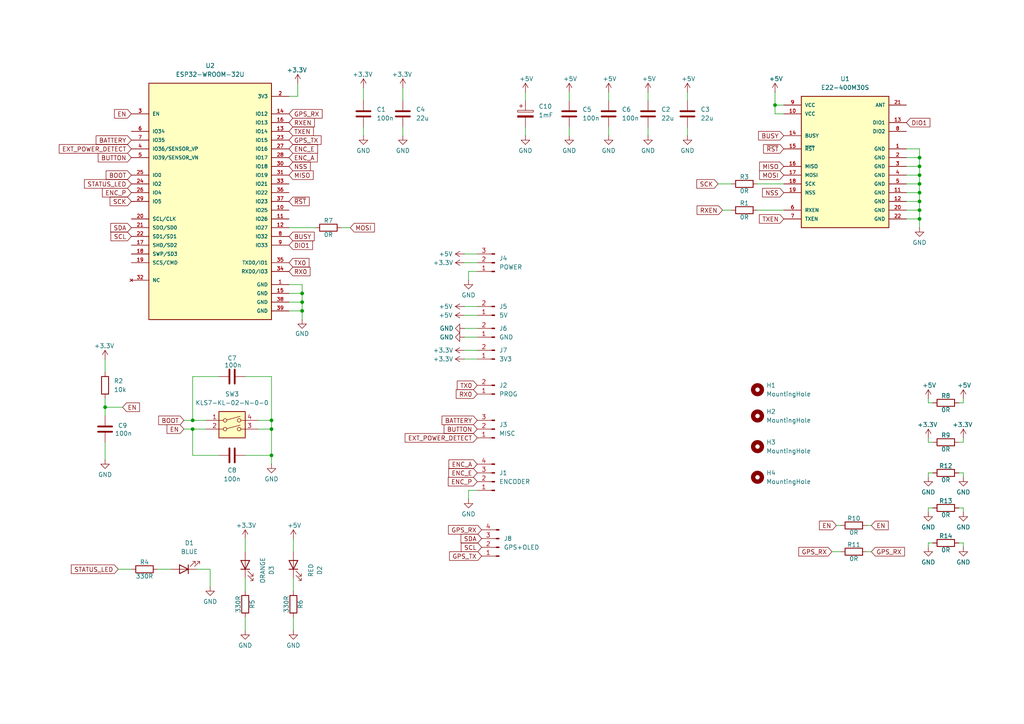
<source format=kicad_sch>
(kicad_sch (version 20231120) (generator "eeschema") (generator_version "8.0")
  (paper "A4")
  (lib_symbols
    (symbol "Connector:Conn_01x02_Pin" (pin_names (offset 1.016) hide)
      (property "Reference" "J" (at 0 2.54 0))
      (property "Value" "Conn_01x02_Pin" (at 0 -5.08 0))
      (symbol "Conn_01x02_Pin_1_1"
        (polyline (pts (xy 1.27 -2.54) (xy 0.8636 -2.54)) (stroke (width 0.1524)))
        (polyline (pts (xy 1.27 0) (xy 0.8636 0)) (stroke (width 0.1524)))
        (rectangle (start 0.8636 -2.413) (end 0 -2.667) (stroke (width 0.1524)) (fill (type outline)))
        (rectangle (start 0.8636 0.127) (end 0 -0.127) (stroke (width 0.1524)) (fill (type outline)))
        (pin passive line (at 5.08 0 180) (length 3.81) (name "Pin_1") (number "1"))
        (pin passive line (at 5.08 -2.54 180) (length 3.81) (name "Pin_2") (number "2"))
      )
    )
    (symbol "Connector:Conn_01x03_Pin" (pin_names (offset 1.016) hide)
      (property "Reference" "J" (at 0 5.08 0))
      (property "Value" "Conn_01x03_Pin" (at 0 -5.08 0))
      (symbol "Conn_01x03_Pin_1_1"
        (polyline (pts (xy 1.27 -2.54) (xy 0.8636 -2.54)) (stroke (width 0.1524)))
        (polyline (pts (xy 1.27 0) (xy 0.8636 0)) (stroke (width 0.1524)))
        (polyline (pts (xy 1.27 2.54) (xy 0.8636 2.54)) (stroke (width 0.1524)))
        (rectangle (start 0.8636 -2.413) (end 0 -2.667) (stroke (width 0.1524)) (fill (type outline)))
        (rectangle (start 0.8636 0.127) (end 0 -0.127) (stroke (width 0.1524)) (fill (type outline)))
        (rectangle (start 0.8636 2.667) (end 0 2.413) (stroke (width 0.1524)) (fill (type outline)))
        (pin passive line (at 5.08 2.54 180) (length 3.81) (name "Pin_1") (number "1"))
        (pin passive line (at 5.08 0 180) (length 3.81) (name "Pin_2") (number "2"))
        (pin passive line (at 5.08 -2.54 180) (length 3.81) (name "Pin_3") (number "3"))
      )
    )
    (symbol "Connector:Conn_01x04_Pin" (pin_names (offset 1.016) hide)
      (property "Reference" "J" (at 0 5.08 0))
      (property "Value" "Conn_01x04_Pin" (at 0 -7.62 0))
      (symbol "Conn_01x04_Pin_1_1"
        (polyline (pts (xy 1.27 -5.08) (xy 0.8636 -5.08)) (stroke (width 0.1524)))
        (polyline (pts (xy 1.27 -2.54) (xy 0.8636 -2.54)) (stroke (width 0.1524)))
        (polyline (pts (xy 1.27 0) (xy 0.8636 0)) (stroke (width 0.1524)))
        (polyline (pts (xy 1.27 2.54) (xy 0.8636 2.54)) (stroke (width 0.1524)))
        (rectangle (start 0.8636 -4.953) (end 0 -5.207) (stroke (width 0.1524)) (fill (type outline)))
        (rectangle (start 0.8636 -2.413) (end 0 -2.667) (stroke (width 0.1524)) (fill (type outline)))
        (rectangle (start 0.8636 0.127) (end 0 -0.127) (stroke (width 0.1524)) (fill (type outline)))
        (rectangle (start 0.8636 2.667) (end 0 2.413) (stroke (width 0.1524)) (fill (type outline)))
        (pin passive line (at 5.08 2.54 180) (length 3.81) (name "Pin_1") (number "1"))
        (pin passive line (at 5.08 0 180) (length 3.81) (name "Pin_2") (number "2"))
        (pin passive line (at 5.08 -2.54 180) (length 3.81) (name "Pin_3") (number "3"))
        (pin passive line (at 5.08 -5.08 180) (length 3.81) (name "Pin_4") (number "4"))
      )
    )
    (symbol "Device:C" (pin_numbers hide) (pin_names (offset 0.254))
      (property "Reference" "C" (at 0.635 2.54 0))
      (property "Value" "C" (at 0.635 -2.54 0))
      (symbol "C_0_1"
        (polyline (pts (xy -2.032 -0.762) (xy 2.032 -0.762)) (stroke (width 0.508)))
        (polyline (pts (xy -2.032 0.762) (xy 2.032 0.762)) (stroke (width 0.508)))
      )
      (symbol "C_1_1"
        (pin passive line (at 0 3.81 270) (length 2.794) (name "~") (number "1"))
        (pin passive line (at 0 -3.81 90) (length 2.794) (name "~") (number "2"))
      )
    )
    (symbol "Device:C_Polarized" (pin_numbers hide) (pin_names (offset 0.254))
      (property "Reference" "C" (at 0.635 2.54 0))
      (property "Value" "C_Polarized" (at 0.635 -2.54 0))
      (symbol "C_Polarized_0_1"
        (rectangle (start -2.286 0.508) (end 2.286 1.016))
        (polyline (pts (xy -1.778 2.286) (xy -0.762 2.286)))
        (polyline (pts (xy -1.27 2.794) (xy -1.27 1.778)))
        (rectangle (start 2.286 -0.508) (end -2.286 -1.016) (fill (type outline)))
      )
      (symbol "C_Polarized_1_1"
        (pin passive line (at 0 3.81 270) (length 2.794) (name "~") (number "1"))
        (pin passive line (at 0 -3.81 90) (length 2.794) (name "~") (number "2"))
      )
    )
    (symbol "Device:LED" (pin_numbers hide) (pin_names (offset 1.016) hide)
      (property "Reference" "D" (at 0 2.54 0))
      (property "Value" "LED" (at 0 -2.54 0))
      (symbol "LED_0_1"
        (polyline (pts (xy -1.27 -1.27) (xy -1.27 1.27)) (stroke (width 0.254)))
        (polyline (pts (xy -1.27 0) (xy 1.27 0)))
        (polyline (pts (xy 1.27 -1.27) (xy 1.27 1.27) (xy -1.27 0) (xy 1.27 -1.27)) (stroke (width 0.254)))
        (polyline (pts (xy -3.048 -0.762) (xy -4.572 -2.286) (xy -3.81 -2.286) (xy -4.572 -2.286) (xy -4.572 -1.524)))
        (polyline (pts (xy -1.778 -0.762) (xy -3.302 -2.286) (xy -2.54 -2.286) (xy -3.302 -2.286) (xy -3.302 -1.524)))
      )
      (symbol "LED_1_1"
        (pin passive line (at -3.81 0 0) (length 2.54) (name "K") (number "1"))
        (pin passive line (at 3.81 0 180) (length 2.54) (name "A") (number "2"))
      )
    )
    (symbol "Device:R" (pin_numbers hide) (pin_names (offset 0))
      (property "Reference" "R" (at 2.032 0 90))
      (property "Value" "R" (at 0 0 90))
      (symbol "R_0_1"
        (rectangle (start -1.016 -2.54) (end 1.016 2.54) (stroke (width 0.254)))
      )
      (symbol "R_1_1"
        (pin passive line (at 0 3.81 270) (length 1.27) (name "~") (number "1"))
        (pin passive line (at 0 -3.81 90) (length 1.27) (name "~") (number "2"))
      )
    )
    (symbol "Mechanical:MountingHole" (pin_names (offset 1.016)) (exclude_from_sim yes) (in_bom no)
      (property "Reference" "H" (at 0 5.08 0))
      (property "Value" "MountingHole" (at 0 3.175 0))
      (symbol "MountingHole_0_1"
        (circle (center 0 0) (radius 1.27) (stroke (width 1.27)))
      )
    )
    (symbol "Switch:SW_DIP_x02" (pin_names (offset 0) hide)
      (property "Reference" "SW" (at 0 6.35 0))
      (property "Value" "SW_DIP_x02" (at 0 -3.81 0))
      (symbol "SW_DIP_x02_0_0"
        (circle (center -2.032 0) (radius 0.508))
        (circle (center -2.032 2.54) (radius 0.508))
        (polyline (pts (xy -1.524 0.127) (xy 2.3622 1.1684)))
        (polyline (pts (xy -1.524 2.667) (xy 2.3622 3.7084)))
        (circle (center 2.032 0) (radius 0.508))
        (circle (center 2.032 2.54) (radius 0.508))
      )
      (symbol "SW_DIP_x02_0_1"
        (rectangle (start -3.81 5.08) (end 3.81 -2.54) (stroke (width 0.254)) (fill (type background)))
      )
      (symbol "SW_DIP_x02_1_1"
        (pin passive line (at -7.62 2.54 0) (length 5.08) (name "~") (number "1"))
        (pin passive line (at -7.62 0 0) (length 5.08) (name "~") (number "2"))
        (pin passive line (at 7.62 0 180) (length 5.08) (name "~") (number "3"))
        (pin passive line (at 7.62 2.54 180) (length 5.08) (name "~") (number "4"))
      )
    )
    (symbol "aa_ld1:E22-400M30S" (pin_names (offset 1.016))
      (property "Reference" "U" (at -12.7 16.002 0))
      (property "Value" "E22-400M30S" (at -12.954 -25.4 0))
      (symbol "E22-400M30S_0_0"
        (rectangle (start -12.7 15.24) (end 12.7 -22.86) (stroke (width 0.254)) (fill (type background)))
        (pin power_in line (at 17.78 0 180) (length 5.08) (name "GND") (number "1"))
        (pin power_in line (at -17.78 10.16 0) (length 5.08) (name "VCC") (number "10"))
        (pin power_in line (at 17.78 -12.7 180) (length 5.08) (name "GND") (number "11"))
        (pin power_in line (at 17.78 -15.24 180) (length 5.08) (name "GND") (number "12"))
        (pin bidirectional line (at 17.78 7.62 180) (length 5.08) (name "DIO1") (number "13"))
        (pin output line (at -17.78 3.81 0) (length 5.08) (name "BUSY") (number "14"))
        (pin input line (at -17.78 0 0) (length 5.08) (name "~{RST}") (number "15"))
        (pin output line (at -17.78 -5.08 0) (length 5.08) (name "MISO") (number "16"))
        (pin input line (at -17.78 -7.62 0) (length 5.08) (name "MOSI") (number "17"))
        (pin input line (at -17.78 -10.16 0) (length 5.08) (name "SCK") (number "18"))
        (pin input line (at -17.78 -12.7 0) (length 5.08) (name "NSS") (number "19"))
        (pin power_in line (at 17.78 -2.54 180) (length 5.08) (name "GND") (number "2"))
        (pin power_in line (at 17.78 -17.78 180) (length 5.08) (name "GND") (number "20"))
        (pin output line (at 17.78 12.7 180) (length 5.08) (name "ANT") (number "21"))
        (pin power_in line (at 17.78 -20.32 180) (length 5.08) (name "GND") (number "22"))
        (pin power_in line (at 17.78 -5.08 180) (length 5.08) (name "GND") (number "3"))
        (pin power_in line (at 17.78 -7.62 180) (length 5.08) (name "GND") (number "4"))
        (pin power_in line (at 17.78 -10.16 180) (length 5.08) (name "GND") (number "5"))
        (pin input line (at -17.78 -17.78 0) (length 5.08) (name "RXEN") (number "6"))
        (pin input line (at -17.78 -20.32 0) (length 5.08) (name "TXEN") (number "7"))
        (pin bidirectional line (at 17.78 5.08 180) (length 5.08) (name "DIO2") (number "8"))
        (pin power_in line (at -17.78 12.7 0) (length 5.08) (name "VCC") (number "9"))
      )
    )
    (symbol "aa_ld1:ESP32-WROOM-32U" (pin_names (offset 1.016))
      (property "Reference" "U" (at -17.78 32.512 0))
      (property "Value" "ESP32-WROOM-32U" (at -17.78 -39.878 0))
      (symbol "ESP32-WROOM-32U_0_0"
        (rectangle (start -17.78 31.75) (end 17.78 -36.83) (stroke (width 0.254)) (fill (type background)))
        (pin power_in line (at 22.86 -26.67 180) (length 5.08) (name "GND") (number "1"))
        (pin bidirectional line (at 22.86 -5.08 180) (length 5.08) (name "IO25") (number "10"))
        (pin bidirectional line (at 22.86 -7.62 180) (length 5.08) (name "IO26") (number "11"))
        (pin bidirectional line (at 22.86 -10.16 180) (length 5.08) (name "IO27") (number "12"))
        (pin bidirectional line (at 22.86 17.78 180) (length 5.08) (name "IO14") (number "13"))
        (pin bidirectional line (at 22.86 22.86 180) (length 5.08) (name "IO12") (number "14"))
        (pin power_in line (at 22.86 -29.21 180) (length 5.08) (name "GND") (number "15"))
        (pin bidirectional line (at 22.86 20.32 180) (length 5.08) (name "IO13") (number "16"))
        (pin bidirectional line (at -22.86 -15.24 0) (length 5.08) (name "SHD/SD2") (number "17"))
        (pin bidirectional line (at -22.86 -17.78 0) (length 5.08) (name "SWP/SD3") (number "18"))
        (pin bidirectional line (at -22.86 -20.32 0) (length 5.08) (name "SCS/CMD") (number "19"))
        (pin power_in line (at 22.86 27.94 180) (length 5.08) (name "3V3") (number "2"))
        (pin bidirectional line (at -22.86 -7.62 0) (length 5.08) (name "SCL/CLK") (number "20"))
        (pin bidirectional line (at -22.86 -10.16 0) (length 5.08) (name "SDO/SD0") (number "21"))
        (pin bidirectional line (at -22.86 -12.7 0) (length 5.08) (name "SD1/SD1") (number "22"))
        (pin bidirectional line (at 22.86 15.24 180) (length 5.08) (name "IO15") (number "23"))
        (pin bidirectional line (at -22.86 2.54 0) (length 5.08) (name "IO2") (number "24"))
        (pin bidirectional line (at -22.86 5.08 0) (length 5.08) (name "IO0") (number "25"))
        (pin bidirectional line (at -22.86 0 0) (length 5.08) (name "IO4") (number "26"))
        (pin bidirectional line (at 22.86 12.7 180) (length 5.08) (name "IO16") (number "27"))
        (pin bidirectional line (at 22.86 10.16 180) (length 5.08) (name "IO17") (number "28"))
        (pin bidirectional line (at -22.86 -2.54 0) (length 5.08) (name "IO5") (number "29"))
        (pin input line (at -22.86 22.86 0) (length 5.08) (name "EN") (number "3"))
        (pin bidirectional line (at 22.86 7.62 180) (length 5.08) (name "IO18") (number "30"))
        (pin bidirectional line (at 22.86 5.08 180) (length 5.08) (name "IO19") (number "31"))
        (pin no_connect line (at -22.86 -25.4 0) (length 5.08) (name "NC") (number "32"))
        (pin bidirectional line (at 22.86 2.54 180) (length 5.08) (name "IO21") (number "33"))
        (pin bidirectional line (at 22.86 -22.86 180) (length 5.08) (name "RXD0/IO3") (number "34"))
        (pin bidirectional line (at 22.86 -20.32 180) (length 5.08) (name "TXD0/IO1") (number "35"))
        (pin bidirectional line (at 22.86 0 180) (length 5.08) (name "IO22") (number "36"))
        (pin bidirectional line (at 22.86 -2.54 180) (length 5.08) (name "IO23") (number "37"))
        (pin power_in line (at 22.86 -31.75 180) (length 5.08) (name "GND") (number "38"))
        (pin input line (at -22.86 12.7 0) (length 5.08) (name "IO36/SENSOR_VP") (number "4"))
        (pin input line (at -22.86 10.16 0) (length 5.08) (name "IO39/SENSOR_VN") (number "5"))
        (pin input line (at -22.86 17.78 0) (length 5.08) (name "IO34") (number "6"))
        (pin input line (at -22.86 15.24 0) (length 5.08) (name "IO35") (number "7"))
        (pin bidirectional line (at 22.86 -12.7 180) (length 5.08) (name "IO32") (number "8"))
        (pin bidirectional line (at 22.86 -15.24 180) (length 5.08) (name "IO33") (number "9"))
      )
      (symbol "ESP32-WROOM-32U_1_0"
        (pin power_in line (at 22.86 -34.29 180) (length 5.08) (name "GND") (number "39"))
      )
    )
    (symbol "power:+3.3V" (power) (pin_numbers hide) (pin_names (offset 0) hide)
      (property "Value" "+3.3V" (at 0 3.556 0))
      (symbol "+3.3V_0_1"
        (polyline (pts (xy -0.762 1.27) (xy 0 2.54)))
        (polyline (pts (xy 0 0) (xy 0 2.54)))
        (polyline (pts (xy 0 2.54) (xy 0.762 1.27)))
      )
      (symbol "+3.3V_1_1"
        (pin power_in line (at 0 0 90) (length 0) (name "~") (number "1"))
      )
    )
    (symbol "power:+5V" (power) (pin_numbers hide) (pin_names (offset 0) hide)
      (property "Value" "+5V" (at 0 3.556 0))
      (symbol "+5V_0_1"
        (polyline (pts (xy -0.762 1.27) (xy 0 2.54)))
        (polyline (pts (xy 0 0) (xy 0 2.54)))
        (polyline (pts (xy 0 2.54) (xy 0.762 1.27)))
      )
      (symbol "+5V_1_1"
        (pin power_in line (at 0 0 90) (length 0) (name "~") (number "1"))
      )
    )
    (symbol "power:GND" (power) (pin_numbers hide) (pin_names (offset 0) hide)
      (property "Value" "GND" (at 0 -3.81 0))
      (symbol "GND_0_1"
        (polyline (pts (xy 0 0) (xy 0 -1.27) (xy 1.27 -1.27) (xy 0 -2.54) (xy -1.27 -1.27) (xy 0 -1.27)))
      )
      (symbol "GND_1_1"
        (pin power_in line (at 0 0 270) (length 0) (name "~") (number "1"))
      )
    )
  )
  (junction (at 30.48 118.11))
  (junction (at 87.63 85.09))
  (junction (at 55.88 124.46))
  (junction (at 266.7 60.96))
  (junction (at 266.7 53.34))
  (junction (at 266.7 50.8))
  (junction (at 224.79 30.48))
  (junction (at 78.74 121.92))
  (junction (at 87.63 87.63))
  (junction (at 78.74 124.46))
  (junction (at 266.7 63.5))
  (junction (at 266.7 45.72))
  (junction (at 87.63 90.17))
  (junction (at 55.88 121.92))
  (junction (at 78.74 132.08))
  (junction (at 266.7 48.26))
  (junction (at 266.7 55.88))
  (junction (at 266.7 58.42))
  (wire (pts (xy 278.13 157.48) (xy 279.4 157.48)))
  (wire (pts (xy 269.24 128.27) (xy 269.24 127)))
  (wire (pts (xy 279.4 137.16) (xy 279.4 138.43)))
  (wire (pts (xy 53.34 121.92) (xy 55.88 121.92)))
  (wire (pts (xy 87.63 87.63) (xy 87.63 85.09)))
  (wire (pts (xy 138.43 78.74) (xy 135.89 78.74)))
  (wire (pts (xy 165.1 39.37) (xy 165.1 36.83)))
  (wire (pts (xy 266.7 50.8) (xy 266.7 53.34)))
  (wire (pts (xy 83.82 66.04) (xy 91.44 66.04)))
  (wire (pts (xy 71.12 167.64) (xy 71.12 171.45)))
  (wire (pts (xy 279.4 157.48) (xy 279.4 158.75)))
  (wire (pts (xy 278.13 116.84) (xy 279.4 116.84)))
  (wire (pts (xy 30.48 128.27) (xy 30.48 133.35)))
  (wire (pts (xy 74.93 121.92) (xy 78.74 121.92)))
  (wire (pts (xy 135.89 142.24) (xy 138.43 142.24)))
  (wire (pts (xy 101.6 66.04) (xy 99.06 66.04)))
  (wire (pts (xy 87.63 82.55) (xy 83.82 82.55)))
  (wire (pts (xy 135.89 78.74) (xy 135.89 81.28)))
  (wire (pts (xy 219.71 53.34) (xy 227.33 53.34)))
  (wire (pts (xy 176.53 39.37) (xy 176.53 36.83)))
  (wire (pts (xy 71.12 109.22) (xy 78.74 109.22)))
  (wire (pts (xy 87.63 92.71) (xy 87.63 90.17)))
  (wire (pts (xy 270.51 147.32) (xy 269.24 147.32)))
  (wire (pts (xy 243.84 152.4) (xy 242.57 152.4)))
  (wire (pts (xy 53.34 124.46) (xy 55.88 124.46)))
  (wire (pts (xy 55.88 124.46) (xy 55.88 132.08)))
  (wire (pts (xy 262.89 63.5) (xy 266.7 63.5)))
  (wire (pts (xy 57.15 165.1) (xy 60.96 165.1)))
  (wire (pts (xy 134.62 88.9) (xy 138.43 88.9)))
  (wire (pts (xy 59.69 124.46) (xy 55.88 124.46)))
  (wire (pts (xy 134.62 104.14) (xy 138.43 104.14)))
  (wire (pts (xy 30.48 118.11) (xy 30.48 120.65)))
  (wire (pts (xy 270.51 157.48) (xy 269.24 157.48)))
  (wire (pts (xy 55.88 132.08) (xy 63.5 132.08)))
  (wire (pts (xy 105.41 39.37) (xy 105.41 36.83)))
  (wire (pts (xy 266.7 58.42) (xy 266.7 55.88)))
  (wire (pts (xy 269.24 147.32) (xy 269.24 148.59)))
  (wire (pts (xy 266.7 60.96) (xy 266.7 58.42)))
  (wire (pts (xy 262.89 45.72) (xy 266.7 45.72)))
  (wire (pts (xy 83.82 85.09) (xy 87.63 85.09)))
  (wire (pts (xy 187.96 26.67) (xy 187.96 29.21)))
  (wire (pts (xy 165.1 26.67) (xy 165.1 29.21)))
  (wire (pts (xy 71.12 156.21) (xy 71.12 160.02)))
  (wire (pts (xy 208.28 53.34) (xy 212.09 53.34)))
  (wire (pts (xy 85.09 167.64) (xy 85.09 171.45)))
  (wire (pts (xy 60.96 165.1) (xy 60.96 170.18)))
  (wire (pts (xy 134.62 95.25) (xy 138.43 95.25)))
  (wire (pts (xy 71.12 132.08) (xy 78.74 132.08)))
  (wire (pts (xy 83.82 90.17) (xy 87.63 90.17)))
  (wire (pts (xy 269.24 157.48) (xy 269.24 158.75)))
  (wire (pts (xy 209.55 60.96) (xy 212.09 60.96)))
  (wire (pts (xy 55.88 121.92) (xy 59.69 121.92)))
  (wire (pts (xy 262.89 60.96) (xy 266.7 60.96)))
  (wire (pts (xy 266.7 63.5) (xy 266.7 60.96)))
  (wire (pts (xy 224.79 33.02) (xy 224.79 30.48)))
  (wire (pts (xy 279.4 116.84) (xy 279.4 115.57)))
  (wire (pts (xy 30.48 104.14) (xy 30.48 107.95)))
  (wire (pts (xy 116.84 39.37) (xy 116.84 36.83)))
  (wire (pts (xy 279.4 128.27) (xy 279.4 127)))
  (wire (pts (xy 227.33 33.02) (xy 224.79 33.02)))
  (wire (pts (xy 266.7 53.34) (xy 262.89 53.34)))
  (wire (pts (xy 199.39 26.67) (xy 199.39 29.21)))
  (wire (pts (xy 243.84 160.02) (xy 241.3 160.02)))
  (wire (pts (xy 55.88 109.22) (xy 55.88 121.92)))
  (wire (pts (xy 278.13 137.16) (xy 279.4 137.16)))
  (wire (pts (xy 251.46 152.4) (xy 252.73 152.4)))
  (wire (pts (xy 134.62 73.66) (xy 138.43 73.66)))
  (wire (pts (xy 266.7 50.8) (xy 266.7 48.26)))
  (wire (pts (xy 266.7 66.04) (xy 266.7 63.5)))
  (wire (pts (xy 224.79 26.67) (xy 224.79 30.48)))
  (wire (pts (xy 134.62 101.6) (xy 138.43 101.6)))
  (wire (pts (xy 87.63 85.09) (xy 87.63 82.55)))
  (wire (pts (xy 34.29 165.1) (xy 38.1 165.1)))
  (wire (pts (xy 262.89 58.42) (xy 266.7 58.42)))
  (wire (pts (xy 30.48 115.57) (xy 30.48 118.11)))
  (wire (pts (xy 74.93 124.46) (xy 78.74 124.46)))
  (wire (pts (xy 266.7 55.88) (xy 266.7 53.34)))
  (wire (pts (xy 134.62 91.44) (xy 138.43 91.44)))
  (wire (pts (xy 134.62 97.79) (xy 138.43 97.79)))
  (wire (pts (xy 87.63 90.17) (xy 87.63 87.63)))
  (wire (pts (xy 152.4 26.67) (xy 152.4 29.21)))
  (wire (pts (xy 78.74 134.62) (xy 78.74 132.08)))
  (wire (pts (xy 152.4 39.37) (xy 152.4 36.83)))
  (wire (pts (xy 45.72 165.1) (xy 49.53 165.1)))
  (wire (pts (xy 63.5 109.22) (xy 55.88 109.22)))
  (wire (pts (xy 262.89 50.8) (xy 266.7 50.8)))
  (wire (pts (xy 278.13 128.27) (xy 279.4 128.27)))
  (wire (pts (xy 71.12 179.07) (xy 71.12 182.88)))
  (wire (pts (xy 176.53 26.67) (xy 176.53 29.21)))
  (wire (pts (xy 266.7 45.72) (xy 266.7 48.26)))
  (wire (pts (xy 85.09 156.21) (xy 85.09 160.02)))
  (wire (pts (xy 262.89 48.26) (xy 266.7 48.26)))
  (wire (pts (xy 270.51 128.27) (xy 269.24 128.27)))
  (wire (pts (xy 86.36 27.94) (xy 83.82 27.94)))
  (wire (pts (xy 78.74 124.46) (xy 78.74 132.08)))
  (wire (pts (xy 134.62 76.2) (xy 138.43 76.2)))
  (wire (pts (xy 116.84 25.4) (xy 116.84 29.21)))
  (wire (pts (xy 270.51 116.84) (xy 269.24 116.84)))
  (wire (pts (xy 266.7 43.18) (xy 266.7 45.72)))
  (wire (pts (xy 278.13 147.32) (xy 279.4 147.32)))
  (wire (pts (xy 135.89 144.78) (xy 135.89 142.24)))
  (wire (pts (xy 269.24 137.16) (xy 269.24 138.43)))
  (wire (pts (xy 85.09 179.07) (xy 85.09 182.88)))
  (wire (pts (xy 187.96 39.37) (xy 187.96 36.83)))
  (wire (pts (xy 269.24 116.84) (xy 269.24 115.57)))
  (wire (pts (xy 78.74 121.92) (xy 78.74 124.46)))
  (wire (pts (xy 78.74 109.22) (xy 78.74 121.92)))
  (wire (pts (xy 262.89 43.18) (xy 266.7 43.18)))
  (wire (pts (xy 105.41 25.4) (xy 105.41 29.21)))
  (wire (pts (xy 279.4 147.32) (xy 279.4 148.59)))
  (wire (pts (xy 251.46 160.02) (xy 252.73 160.02)))
  (wire (pts (xy 219.71 60.96) (xy 227.33 60.96)))
  (wire (pts (xy 86.36 24.13) (xy 86.36 27.94)))
  (wire (pts (xy 224.79 30.48) (xy 227.33 30.48)))
  (wire (pts (xy 83.82 87.63) (xy 87.63 87.63)))
  (wire (pts (xy 266.7 55.88) (xy 262.89 55.88)))
  (wire (pts (xy 270.51 137.16) (xy 269.24 137.16)))
  (wire (pts (xy 30.48 118.11) (xy 35.56 118.11)))
  (wire (pts (xy 199.39 39.37) (xy 199.39 36.83)))
  (global_label "BOOT" (shape input) (at 53.34 121.92 180) (property "Intersheetrefs" "${INTERSHEET_REFS}" (effects (hide yes))))
  (global_label "ENC_E" (shape input) (at 83.82 43.18 0) (property "Intersheetrefs" "${INTERSHEET_REFS}" (effects (hide yes))))
  (global_label "SDA" (shape input) (at 38.1 66.04 180) (property "Intersheetrefs" "${INTERSHEET_REFS}" (effects (hide yes))))
  (global_label "TX0" (shape input) (at 138.43 111.76 180) (property "Intersheetrefs" "${INTERSHEET_REFS}" (effects (hide yes))))
  (global_label "RX0" (shape input) (at 138.43 114.3 180) (property "Intersheetrefs" "${INTERSHEET_REFS}" (effects (hide yes))))
  (global_label "ENC_A" (shape input) (at 83.82 45.72 0) (property "Intersheetrefs" "${INTERSHEET_REFS}" (effects (hide yes))))
  (global_label "BUSY" (shape input) (at 83.82 68.58 0) (property "Intersheetrefs" "${INTERSHEET_REFS}" (effects (hide yes))))
  (global_label "RXEN" (shape input) (at 83.82 35.56 0) (property "Intersheetrefs" "${INTERSHEET_REFS}" (effects (hide yes))))
  (global_label "TXEN" (shape input) (at 83.82 38.1 0) (property "Intersheetrefs" "${INTERSHEET_REFS}" (effects (hide yes))))
  (global_label "DIO1" (shape input) (at 83.82 71.12 0) (property "Intersheetrefs" "${INTERSHEET_REFS}" (effects (hide yes))))
  (global_label "BUTTON" (shape input) (at 38.1 45.72 180) (property "Intersheetrefs" "${INTERSHEET_REFS}" (effects (hide yes))))
  (global_label "SCL" (shape input) (at 38.1 68.58 180) (property "Intersheetrefs" "${INTERSHEET_REFS}" (effects (hide yes))))
  (global_label "GPS_RX" (shape input) (at 139.7 153.67 180) (property "Intersheetrefs" "${INTERSHEET_REFS}" (effects (hide yes))))
  (global_label "BUSY" (shape input) (at 227.33 39.37 180) (property "Intersheetrefs" "${INTERSHEET_REFS}" (effects (hide yes))))
  (global_label "RX0" (shape input) (at 83.82 78.74 0) (property "Intersheetrefs" "${INTERSHEET_REFS}" (effects (hide yes))))
  (global_label "~{RST}" (shape input) (at 227.33 43.18 180) (property "Intersheetrefs" "${INTERSHEET_REFS}" (effects (hide yes))))
  (global_label "BATTERY" (shape input) (at 38.1 40.64 180) (property "Intersheetrefs" "${INTERSHEET_REFS}" (effects (hide yes))))
  (global_label "NSS" (shape input) (at 227.33 55.88 180) (property "Intersheetrefs" "${INTERSHEET_REFS}" (effects (hide yes))))
  (global_label "TXEN" (shape input) (at 227.33 63.5 180) (property "Intersheetrefs" "${INTERSHEET_REFS}" (effects (hide yes))))
  (global_label "RXEN" (shape input) (at 209.55 60.96 180) (property "Intersheetrefs" "${INTERSHEET_REFS}" (effects (hide yes))))
  (global_label "NSS" (shape input) (at 83.82 48.26 0) (property "Intersheetrefs" "${INTERSHEET_REFS}" (effects (hide yes))))
  (global_label "STATUS_LED" (shape input) (at 34.29 165.1 180) (property "Intersheetrefs" "${INTERSHEET_REFS}" (effects (hide yes))))
  (global_label "MOSI" (shape input) (at 101.6 66.04 0) (property "Intersheetrefs" "${INTERSHEET_REFS}" (effects (hide yes))))
  (global_label "EN" (shape input) (at 38.1 33.02 180) (property "Intersheetrefs" "${INTERSHEET_REFS}" (effects (hide yes))))
  (global_label "TX0" (shape input) (at 83.82 76.2 0) (property "Intersheetrefs" "${INTERSHEET_REFS}" (effects (hide yes))))
  (global_label "EXT_POWER_DETECT" (shape input) (at 38.1 43.18 180) (property "Intersheetrefs" "${INTERSHEET_REFS}" (effects (hide yes))))
  (global_label "GPS_TX" (shape input) (at 139.7 161.29 180) (property "Intersheetrefs" "${INTERSHEET_REFS}" (effects (hide yes))))
  (global_label "EN" (shape input) (at 242.57 152.4 180) (property "Intersheetrefs" "${INTERSHEET_REFS}" (effects (hide yes))))
  (global_label "BOOT" (shape input) (at 38.1 50.8 180) (property "Intersheetrefs" "${INTERSHEET_REFS}" (effects (hide yes))))
  (global_label "SCK" (shape input) (at 38.1 58.42 180) (property "Intersheetrefs" "${INTERSHEET_REFS}" (effects (hide yes))))
  (global_label "STATUS_LED" (shape input) (at 38.1 53.34 180) (property "Intersheetrefs" "${INTERSHEET_REFS}" (effects (hide yes))))
  (global_label "BUTTON" (shape input) (at 138.43 124.46 180) (property "Intersheetrefs" "${INTERSHEET_REFS}" (effects (hide yes))))
  (global_label "EXT_POWER_DETECT" (shape input) (at 138.43 127 180) (property "Intersheetrefs" "${INTERSHEET_REFS}" (effects (hide yes))))
  (global_label "SCL" (shape input) (at 139.7 158.75 180) (property "Intersheetrefs" "${INTERSHEET_REFS}" (effects (hide yes))))
  (global_label "GPS_TX" (shape input) (at 83.82 40.64 0) (property "Intersheetrefs" "${INTERSHEET_REFS}" (effects (hide yes))))
  (global_label "SCK" (shape input) (at 208.28 53.34 180) (property "Intersheetrefs" "${INTERSHEET_REFS}" (effects (hide yes))))
  (global_label "~{RST}" (shape input) (at 83.82 58.42 0) (property "Intersheetrefs" "${INTERSHEET_REFS}" (effects (hide yes))))
  (global_label "EN" (shape input) (at 53.34 124.46 180) (property "Intersheetrefs" "${INTERSHEET_REFS}" (effects (hide yes))))
  (global_label "ENC_A" (shape input) (at 138.43 134.62 180) (property "Intersheetrefs" "${INTERSHEET_REFS}" (effects (hide yes))))
  (global_label "MOSI" (shape input) (at 227.33 50.8 180) (property "Intersheetrefs" "${INTERSHEET_REFS}" (effects (hide yes))))
  (global_label "EN" (shape input) (at 35.56 118.11 0) (property "Intersheetrefs" "${INTERSHEET_REFS}" (effects (hide yes))))
  (global_label "SDA" (shape input) (at 139.7 156.21 180) (property "Intersheetrefs" "${INTERSHEET_REFS}" (effects (hide yes))))
  (global_label "ENC_P" (shape input) (at 138.43 139.7 180) (property "Intersheetrefs" "${INTERSHEET_REFS}" (effects (hide yes))))
  (global_label "ENC_E" (shape input) (at 138.43 137.16 180) (property "Intersheetrefs" "${INTERSHEET_REFS}" (effects (hide yes))))
  (global_label "GPS_RX" (shape input) (at 83.82 33.02 0) (property "Intersheetrefs" "${INTERSHEET_REFS}" (effects (hide yes))))
  (global_label "BATTERY" (shape input) (at 138.43 121.92 180) (property "Intersheetrefs" "${INTERSHEET_REFS}" (effects (hide yes))))
  (global_label "MISO" (shape input) (at 83.82 50.8 0) (property "Intersheetrefs" "${INTERSHEET_REFS}" (effects (hide yes))))
  (global_label "MISO" (shape input) (at 227.33 48.26 180) (property "Intersheetrefs" "${INTERSHEET_REFS}" (effects (hide yes))))
  (global_label "GPS_RX" (shape input) (at 241.3 160.02 180) (property "Intersheetrefs" "${INTERSHEET_REFS}" (effects (hide yes))))
  (global_label "EN" (shape input) (at 252.73 152.4 0) (property "Intersheetrefs" "${INTERSHEET_REFS}" (effects (hide yes))))
  (global_label "GPS_RX" (shape input) (at 252.73 160.02 0) (property "Intersheetrefs" "${INTERSHEET_REFS}" (effects (hide yes))))
  (global_label "DIO1" (shape input) (at 262.89 35.56 0) (property "Intersheetrefs" "${INTERSHEET_REFS}" (effects (hide yes))))
  (global_label "ENC_P" (shape input) (at 38.1 55.88 180) (property "Intersheetrefs" "${INTERSHEET_REFS}" (effects (hide yes))))
  (symbol (lib_id "power:GND") (at 176.53 39.37 0) (unit 1)
    (property "Reference" "#PWR016" (effects (hide yes)))
    (property "Value" "GND" (at 176.53 43.688 0))
    (property "Description" "Power symbol creates a global label with name \"GND\" , ground" (effects (hide yes)))
  )
  (symbol (lib_id "power:GND") (at 279.4 138.43 0) (unit 1)
    (property "Reference" "#PWR042" (effects (hide yes)))
    (property "Value" "GND" (at 279.4 142.748 0))
    (property "Description" "Power symbol creates a global label with name \"GND\" , ground" (effects (hide yes)))
  )
  (symbol (lib_id "Device:LED") (at 71.12 163.83 90) (unit 1)
    (property "Reference" "D3" (at 78.74 165.4175 0))
    (property "Value" "ORANGE" (at 76.2 165.4175 0))
    (property "Footprint" "LED_SMD:LED_1206_3216Metric_Pad1.42x1.75mm_HandSolder" (effects (hide yes)))
    (property "Description" "https://www.rcscomponents.kiev.ua/product/svitlodiod-1206-pomaranchevyi-kt-smd1206-y-kento_179151.html" (effects (hide yes)))
  )
  (symbol (lib_id "power:GND") (at 279.4 158.75 0) (unit 1)
    (property "Reference" "#PWR046" (effects (hide yes)))
    (property "Value" "GND" (at 279.4 163.068 0))
    (property "Description" "Power symbol creates a global label with name \"GND\" , ground" (effects (hide yes)))
  )
  (symbol (lib_id "power:GND") (at 266.7 66.04 0) (unit 1)
    (property "Reference" "#PWR02" (effects (hide yes)))
    (property "Value" "GND" (at 266.7 70.358 0))
    (property "Description" "Power symbol creates a global label with name \"GND\" , ground" (effects (hide yes)))
  )
  (symbol (lib_id "Device:C") (at 176.53 33.02 0) (unit 1)
    (property "Reference" "C6" (at 180.34 31.7499 0) (effects (justify left)))
    (property "Value" "100n" (at 180.34 34.2899 0) (effects (justify left)))
    (property "Footprint" "Capacitor_SMD:C_1206_3216Metric_Pad1.33x1.80mm_HandSolder" (effects (hide yes)))
    (property "Description" "https://www.rcscomponents.kiev.ua/product/100nf-50v-x7r-10-1206-4k-reel-cl31b104kbcnnnc-samsung_48855.html" (effects (hide yes)))
  )
  (symbol (lib_id "power:GND") (at 269.24 158.75 0) (unit 1)
    (property "Reference" "#PWR045" (effects (hide yes)))
    (property "Value" "GND" (at 269.24 163.068 0))
    (property "Description" "Power symbol creates a global label with name \"GND\" , ground" (effects (hide yes)))
  )
  (symbol (lib_id "Connector:Conn_01x02_Pin") (at 143.51 97.79 180) (unit 1)
    (property "Reference" "J6" (at 144.78 95.2499 0) (effects (justify right)))
    (property "Value" "GND" (at 144.78 97.7899 0) (effects (justify right)))
    (property "Description" "Generic connector, single row, 01x02, script generated" (effects (hide yes)))
  )
  (symbol (lib_id "Device:R") (at 274.32 137.16 90) (unit 1)
    (property "Reference" "R12" (at 274.32 135.128 90))
    (property "Value" "0R" (at 274.32 139.192 90))
    (property "Footprint" "Resistor_SMD:R_1206_3216Metric_Pad1.30x1.75mm_HandSolder" (effects (hide yes)))
    (property "Description" "https://www.rcscomponents.kiev.ua/product/0-ohm-5-0-25w-200v-1206-rc1206jr-0r-hitano-rezystor-smd_3684.html" (effects (hide yes)))
  )
  (symbol (lib_id "Connector:Conn_01x02_Pin") (at 143.51 104.14 180) (unit 1)
    (property "Reference" "J7" (at 144.78 101.5999 0) (effects (justify right)))
    (property "Value" "3V3" (at 144.78 104.1399 0) (effects (justify right)))
    (property "Description" "Generic connector, single row, 01x02, script generated" (effects (hide yes)))
  )
  (symbol (lib_id "power:GND") (at 87.63 92.71 0) (unit 1)
    (property "Reference" "#PWR04" (effects (hide yes)))
    (property "Value" "GND" (at 87.63 96.774 0))
    (property "Description" "Power symbol creates a global label with name \"GND\" , ground" (effects (hide yes)))
  )
  (symbol (lib_id "Device:C") (at 116.84 33.02 0) (unit 1)
    (property "Reference" "C4" (at 120.65 31.7499 0) (effects (justify left)))
    (property "Value" "22u" (at 120.65 34.2899 0) (effects (justify left)))
    (property "Footprint" "Capacitor_SMD:C_1206_3216Metric_Pad1.33x1.80mm_HandSolder" (effects (hide yes)))
    (property "Description" "https://www.rcscomponents.kiev.ua/product/22uf-10v-x7r-10-c1206-2k-reel-c1206b226k100n2-hitano-kondensatory-keramichni-smd_153942.html" (effects (hide yes)))
  )
  (symbol (lib_id "Connector:Conn_01x03_Pin") (at 143.51 76.2 180) (unit 1)
    (property "Reference" "J4" (at 144.78 74.9299 0) (effects (justify right)))
    (property "Value" "POWER" (at 144.78 77.4699 0) (effects (justify right)))
    (property "Footprint" "Connector_PinSocket_2.54mm:PinSocket_1x03_P2.54mm_Vertical" (effects (hide yes)))
    (property "Description" "Generic connector, single row, 01x03, script generated" (effects (hide yes)))
  )
  (symbol (lib_id "Device:R") (at 215.9 53.34 90) (unit 1)
    (property "Reference" "R3" (at 215.9 51.308 90))
    (property "Value" "0R" (at 215.9 55.372 90))
    (property "Footprint" "Resistor_SMD:R_1206_3216Metric_Pad1.30x1.75mm_HandSolder" (effects (hide yes)))
    (property "Description" "https://www.rcscomponents.kiev.ua/product/0-ohm-5-0-25w-200v-1206-rc1206jr-0r-hitano-rezystor-smd_3684.html" (effects (hide yes)))
  )
  (symbol (lib_id "power:+5V") (at 269.24 115.57 0) (unit 1)
    (property "Reference" "#PWR028" (effects (hide yes)))
    (property "Value" "+5V" (at 267.462 111.76 0) (effects (justify left)))
    (property "Description" "Power symbol creates a global label with name \"+5V\"" (effects (hide yes)))
  )
  (symbol (lib_id "power:+3.3V") (at 134.62 76.2 90) (unit 1)
    (property "Reference" "#PWR033" (effects (hide yes)))
    (property "Value" "+3.3V" (at 128.524 76.2 90))
    (property "Description" "Power symbol creates a global label with name \"+3.3V\"" (effects (hide yes)))
  )
  (symbol (lib_id "Device:C") (at 30.48 124.46 0) (unit 1)
    (property "Reference" "C9" (at 35.56 123.444 0))
    (property "Value" "100n" (at 35.814 125.73 0))
    (property "Footprint" "Capacitor_SMD:C_1206_3216Metric_Pad1.33x1.80mm_HandSolder" (effects (hide yes)))
    (property "Description" "https://www.rcscomponents.kiev.ua/product/100nf-50v-x7r-10-1206-4k-reel-cl31b104kbcnnnc-samsung_48855.html" (effects (hide yes)))
  )
  (symbol (lib_id "power:+5V") (at 187.96 26.67 0) (unit 1)
    (property "Reference" "#PWR011" (effects (hide yes)))
    (property "Value" "+5V" (at 186.182 22.86 0) (effects (justify left)))
    (property "Description" "Power symbol creates a global label with name \"+5V\"" (effects (hide yes)))
  )
  (symbol (lib_id "Device:R") (at 247.65 152.4 90) (unit 1)
    (property "Reference" "R10" (at 247.65 150.368 90))
    (property "Value" "0R" (at 247.65 154.432 90))
    (property "Footprint" "Resistor_SMD:R_1206_3216Metric_Pad1.30x1.75mm_HandSolder" (effects (hide yes)))
    (property "Description" "https://www.rcscomponents.kiev.ua/product/0-ohm-5-0-25w-200v-1206-rc1206jr-0r-hitano-rezystor-smd_3684.html" (effects (hide yes)))
  )
  (symbol (lib_id "power:+3.3V") (at 30.48 104.14 0) (unit 1)
    (property "Reference" "#PWR019" (effects (hide yes)))
    (property "Value" "+3.3V" (at 30.226 100.33 0))
    (property "Description" "Power symbol creates a global label with name \"+3.3V\"" (effects (hide yes)))
  )
  (symbol (lib_id "Connector:Conn_01x02_Pin") (at 143.51 114.3 180) (unit 1)
    (property "Reference" "J2" (at 144.78 111.7599 0) (effects (justify right)))
    (property "Value" "PROG" (at 144.78 114.2999 0) (effects (justify right)))
    (property "Description" "Generic connector, single row, 01x02, script generated" (effects (hide yes)))
  )
  (symbol (lib_id "Device:R") (at 274.32 128.27 90) (unit 1)
    (property "Reference" "R9" (at 274.32 126.238 90))
    (property "Value" "0R" (at 274.32 130.302 90))
    (property "Footprint" "Resistor_SMD:R_1206_3216Metric_Pad1.30x1.75mm_HandSolder" (effects (hide yes)))
    (property "Description" "https://www.rcscomponents.kiev.ua/product/0-ohm-5-0-25w-200v-1206-rc1206jr-0r-hitano-rezystor-smd_3684.html" (effects (hide yes)))
  )
  (symbol (lib_id "power:GND") (at 152.4 39.37 0) (unit 1)
    (property "Reference" "#PWR023" (effects (hide yes)))
    (property "Value" "GND" (at 152.4 43.688 0))
    (property "Description" "Power symbol creates a global label with name \"GND\" , ground" (effects (hide yes)))
  )
  (symbol (lib_id "Device:R") (at 85.09 175.26 0) (unit 1)
    (property "Reference" "R6" (at 87.122 175.26 90))
    (property "Value" "330R" (at 83.058 175.26 90))
    (property "Footprint" "Resistor_SMD:R_1206_3216Metric_Pad1.30x1.75mm_HandSolder" (effects (hide yes)))
    (property "Description" "https://www.rcscomponents.kiev.ua/product/330-ohm-5-0-25w-200v-1206-wr12x331jtl-walsin_183431.html" (effects (hide yes)))
  )
  (symbol (lib_id "power:GND") (at 30.48 133.35 0) (unit 1)
    (property "Reference" "#PWR020" (effects (hide yes)))
    (property "Value" "GND" (at 30.48 137.668 0))
    (property "Description" "Power symbol creates a global label with name \"GND\" , ground" (effects (hide yes)))
  )
  (symbol (lib_id "Device:R") (at 95.25 66.04 90) (unit 1)
    (property "Reference" "R7" (at 95.25 64.008 90))
    (property "Value" "0R" (at 95.25 68.072 90))
    (property "Footprint" "Resistor_SMD:R_1206_3216Metric_Pad1.30x1.75mm_HandSolder" (effects (hide yes)))
    (property "Description" "https://www.rcscomponents.kiev.ua/product/0-ohm-5-0-25w-200v-1206-rc1206jr-0r-hitano-rezystor-smd_3684.html" (effects (hide yes)))
  )
  (symbol (lib_id "power:GND") (at 134.62 97.79 270) (mirror x) (unit 1)
    (property "Reference" "#PWR040" (effects (hide yes)))
    (property "Value" "GND" (at 129.54 97.79 90))
    (property "Description" "Power symbol creates a global label with name \"GND\" , ground" (effects (hide yes)))
  )
  (symbol (lib_id "power:GND") (at 279.4 148.59 0) (unit 1)
    (property "Reference" "#PWR044" (effects (hide yes)))
    (property "Value" "GND" (at 279.4 152.908 0))
    (property "Description" "Power symbol creates a global label with name \"GND\" , ground" (effects (hide yes)))
  )
  (symbol (lib_id "Device:C_Polarized") (at 152.4 33.02 0) (unit 1)
    (property "Reference" "C10" (at 156.21 30.8609 0) (effects (justify left)))
    (property "Value" "1mF" (at 156.21 33.4009 0) (effects (justify left)))
    (property "Footprint" "Capacitor_SMD:CP_Elec_10x10.5" (effects (hide yes)))
    (property "Description" "https://www.rcscomponents.kiev.ua/product/1000uf-10v-ezv-smd-sizef-10x10-5-low-imp-ezv102m10rf-hitano-elektrolitychnyi-kondensator-smd_56460.html" (effects (hide yes)))
  )
  (symbol (lib_id "power:+3.3V") (at 134.62 104.14 90) (unit 1)
    (property "Reference" "#PWR038" (effects (hide yes)))
    (property "Value" "+3.3V" (at 128.524 104.14 90))
    (property "Description" "Power symbol creates a global label with name \"+3.3V\"" (effects (hide yes)))
  )
  (symbol (lib_id "power:GND") (at 135.89 144.78 0) (unit 1)
    (property "Reference" "#PWR017" (effects (hide yes)))
    (property "Value" "GND" (at 135.89 149.098 0))
    (property "Description" "Power symbol creates a global label with name \"GND\" , ground" (effects (hide yes)))
  )
  (symbol (lib_id "Device:C") (at 67.31 132.08 270) (unit 1)
    (property "Reference" "C8" (at 67.31 136.398 90))
    (property "Value" "100n" (at 67.31 138.938 90))
    (property "Footprint" "Capacitor_SMD:C_1206_3216Metric_Pad1.33x1.80mm_HandSolder" (effects (hide yes)))
    (property "Description" "https://www.rcscomponents.kiev.ua/product/100nf-50v-x7r-10-1206-4k-reel-cl31b104kbcnnnc-samsung_48855.html" (effects (hide yes)))
  )
  (symbol (lib_id "power:GND") (at 116.84 39.37 0) (unit 1)
    (property "Reference" "#PWR010" (effects (hide yes)))
    (property "Value" "GND" (at 116.84 43.688 0))
    (property "Description" "Power symbol creates a global label with name \"GND\" , ground" (effects (hide yes)))
  )
  (symbol (lib_id "power:+3.3V") (at 71.12 156.21 0) (mirror y) (unit 1)
    (property "Reference" "#PWR025" (effects (hide yes)))
    (property "Value" "+3.3V" (at 71.374 152.4 0))
    (property "Description" "Power symbol creates a global label with name \"+3.3V\"" (effects (hide yes)))
  )
  (symbol (lib_id "Device:C") (at 105.41 33.02 0) (unit 1)
    (property "Reference" "C1" (at 109.22 31.7499 0) (effects (justify left)))
    (property "Value" "100n" (at 109.22 34.2899 0) (effects (justify left)))
    (property "Footprint" "Capacitor_SMD:C_1206_3216Metric_Pad1.33x1.80mm_HandSolder" (effects (hide yes)))
    (property "Description" "https://www.rcscomponents.kiev.ua/product/100nf-50v-x7r-10-1206-4k-reel-cl31b104kbcnnnc-samsung_48855.html" (effects (hide yes)))
  )
  (symbol (lib_id "power:GND") (at 105.41 39.37 0) (unit 1)
    (property "Reference" "#PWR05" (effects (hide yes)))
    (property "Value" "GND" (at 105.41 43.688 0))
    (property "Description" "Power symbol creates a global label with name \"GND\" , ground" (effects (hide yes)))
  )
  (symbol (lib_id "Device:C") (at 187.96 33.02 0) (unit 1)
    (property "Reference" "C2" (at 191.77 31.7499 0) (effects (justify left)))
    (property "Value" "22u" (at 191.77 34.2899 0) (effects (justify left)))
    (property "Footprint" "Capacitor_SMD:C_1206_3216Metric_Pad1.33x1.80mm_HandSolder" (effects (hide yes)))
    (property "Description" "https://www.rcscomponents.kiev.ua/product/22uf-10v-x7r-10-c1206-2k-reel-c1206b226k100n2-hitano-kondensatory-keramichni-smd_153942.html" (effects (hide yes)))
  )
  (symbol (lib_id "power:+5V") (at 199.39 26.67 0) (unit 1)
    (property "Reference" "#PWR06" (effects (hide yes)))
    (property "Value" "+5V" (at 197.612 22.86 0) (effects (justify left)))
    (property "Description" "Power symbol creates a global label with name \"+5V\"" (effects (hide yes)))
  )
  (symbol (lib_id "aa_ld1:E22-400M30S") (at 245.11 43.18 0) (unit 1)
    (property "Reference" "U1" (at 245.11 22.86 0))
    (property "Value" "E22-400M30S" (at 245.11 25.4 0))
    (property "Footprint" "aa_ld1:E22-400M30S" (effects (hide yes)))
    (property "Description" "https://www.rcscomponents.kiev.ua/product/e22-400m30s-ebyte-spi-module-on-chip-sx1268-410-493mhz-smd_168399.html" (effects (hide yes)))
  )
  (symbol (lib_id "Connector:Conn_01x04_Pin") (at 144.78 158.75 180) (unit 1)
    (property "Reference" "J8" (at 146.1108 156.2099 0) (effects (justify right)))
    (property "Value" "GPS+OLED" (at 146.1108 158.7499 0) (effects (justify right)))
    (property "Footprint" "Connector_PinHeader_2.54mm:PinHeader_1x04_P2.54mm_Vertical" (effects (hide yes)))
    (property "Description" "Generic connector, single row, 01x04, script generated" (effects (hide yes)))
  )
  (symbol (lib_id "Device:R") (at 215.9 60.96 90) (unit 1)
    (property "Reference" "R1" (at 215.9 58.928 90))
    (property "Value" "0R" (at 215.9 62.992 90))
    (property "Footprint" "Resistor_SMD:R_1206_3216Metric_Pad1.30x1.75mm_HandSolder" (effects (hide yes)))
    (property "Description" "https://www.rcscomponents.kiev.ua/product/0-ohm-5-0-25w-200v-1206-rc1206jr-0r-hitano-rezystor-smd_3684.html" (effects (hide yes)))
  )
  (symbol (lib_id "power:GND") (at 135.89 81.28 0) (mirror y) (unit 1)
    (property "Reference" "#PWR034" (effects (hide yes)))
    (property "Value" "GND" (at 135.89 85.598 0))
    (property "Description" "Power symbol creates a global label with name \"GND\" , ground" (effects (hide yes)))
  )
  (symbol (lib_id "Device:R") (at 274.32 116.84 90) (unit 1)
    (property "Reference" "R8" (at 274.32 114.808 90))
    (property "Value" "0R" (at 274.32 118.872 90))
    (property "Footprint" "Resistor_SMD:R_1206_3216Metric_Pad1.30x1.75mm_HandSolder" (effects (hide yes)))
    (property "Description" "https://www.rcscomponents.kiev.ua/product/0-ohm-5-0-25w-200v-1206-rc1206jr-0r-hitano-rezystor-smd_3684.html" (effects (hide yes)))
  )
  (symbol (lib_id "power:+5V") (at 279.4 115.57 0) (unit 1)
    (property "Reference" "#PWR029" (effects (hide yes)))
    (property "Value" "+5V" (at 277.622 111.76 0) (effects (justify left)))
    (property "Description" "Power symbol creates a global label with name \"+5V\"" (effects (hide yes)))
  )
  (symbol (lib_id "power:+5V") (at 176.53 26.67 0) (unit 1)
    (property "Reference" "#PWR015" (effects (hide yes)))
    (property "Value" "+5V" (at 174.752 22.86 0) (effects (justify left)))
    (property "Description" "Power symbol creates a global label with name \"+5V\"" (effects (hide yes)))
  )
  (symbol (lib_id "power:+5V") (at 134.62 88.9 90) (unit 1)
    (property "Reference" "#PWR035" (effects (hide yes)))
    (property "Value" "+5V" (at 131.318 88.9 90) (effects (justify left)))
    (property "Description" "Power symbol creates a global label with name \"+5V\"" (effects (hide yes)))
  )
  (symbol (lib_id "power:GND") (at 199.39 39.37 0) (unit 1)
    (property "Reference" "#PWR07" (effects (hide yes)))
    (property "Value" "GND" (at 199.39 43.688 0))
    (property "Description" "Power symbol creates a global label with name \"GND\" , ground" (effects (hide yes)))
  )
  (symbol (lib_id "Device:R") (at 41.91 165.1 90) (unit 1)
    (property "Reference" "R4" (at 41.91 163.068 90))
    (property "Value" "330R" (at 41.91 167.132 90))
    (property "Footprint" "Resistor_SMD:R_1206_3216Metric_Pad1.30x1.75mm_HandSolder" (effects (hide yes)))
    (property "Description" "https://www.rcscomponents.kiev.ua/product/330-ohm-5-0-25w-200v-1206-wr12x331jtl-walsin_183431.html" (effects (hide yes)))
  )
  (symbol (lib_id "power:GND") (at 187.96 39.37 0) (unit 1)
    (property "Reference" "#PWR09" (effects (hide yes)))
    (property "Value" "GND" (at 187.96 43.688 0))
    (property "Description" "Power symbol creates a global label with name \"GND\" , ground" (effects (hide yes)))
  )
  (symbol (lib_id "Device:R") (at 274.32 157.48 90) (unit 1)
    (property "Reference" "R14" (at 274.32 155.448 90))
    (property "Value" "0R" (at 274.32 159.512 90))
    (property "Footprint" "Resistor_SMD:R_1206_3216Metric_Pad1.30x1.75mm_HandSolder" (effects (hide yes)))
    (property "Description" "https://www.rcscomponents.kiev.ua/product/0-ohm-5-0-25w-200v-1206-rc1206jr-0r-hitano-rezystor-smd_3684.html" (effects (hide yes)))
  )
  (symbol (lib_id "Connector:Conn_01x02_Pin") (at 143.51 91.44 180) (unit 1)
    (property "Reference" "J5" (at 144.78 88.8999 0) (effects (justify right)))
    (property "Value" "5V" (at 144.78 91.4399 0) (effects (justify right)))
    (property "Description" "Generic connector, single row, 01x02, script generated" (effects (hide yes)))
  )
  (symbol (lib_id "power:GND") (at 71.12 182.88 0) (unit 1)
    (property "Reference" "#PWR024" (effects (hide yes)))
    (property "Value" "GND" (at 71.12 187.198 0))
    (property "Description" "Power symbol creates a global label with name \"GND\" , ground" (effects (hide yes)))
  )
  (symbol (lib_id "Device:R") (at 30.48 111.76 180) (unit 1)
    (property "Reference" "R2" (at 33.02 110.4899 0) (effects (justify right)))
    (property "Value" "10k" (at 33.02 113.0299 0) (effects (justify right)))
    (property "Footprint" "Resistor_SMD:R_1206_3216Metric_Pad1.30x1.75mm_HandSolder" (effects (hide yes)))
    (property "Description" "https://www.rcscomponents.kiev.ua/product/10-kohm-5-0-25w-200v-1206-rc1206jr-10kr-hitano-rezystor-smd_2210.html" (effects (hide yes)))
  )
  (symbol (lib_id "Device:LED") (at 53.34 165.1 180) (unit 1)
    (property "Reference" "D1" (at 54.9275 157.48 0))
    (property "Value" "BLUE" (at 54.9275 160.02 0))
    (property "Footprint" "LED_SMD:LED_1206_3216Metric_Pad1.42x1.75mm_HandSolder" (effects (hide yes)))
    (property "Description" "https://www.rcscomponents.kiev.ua/product/svitlodiod-1206-synii-kt-smd1206-b-kento_86414.html" (effects (hide yes)))
  )
  (symbol (lib_id "power:GND") (at 85.09 182.88 0) (unit 1)
    (property "Reference" "#PWR027" (effects (hide yes)))
    (property "Value" "GND" (at 85.09 187.198 0))
    (property "Description" "Power symbol creates a global label with name \"GND\" , ground" (effects (hide yes)))
  )
  (symbol (lib_id "power:+3.3V") (at 105.41 25.4 0) (unit 1)
    (property "Reference" "#PWR03" (effects (hide yes)))
    (property "Value" "+3.3V" (at 105.156 21.59 0))
    (property "Description" "Power symbol creates a global label with name \"+3.3V\"" (effects (hide yes)))
  )
  (symbol (lib_id "power:+3.3V") (at 134.62 101.6 90) (unit 1)
    (property "Reference" "#PWR037" (effects (hide yes)))
    (property "Value" "+3.3V" (at 128.524 101.6 90))
    (property "Description" "Power symbol creates a global label with name \"+3.3V\"" (effects (hide yes)))
  )
  (symbol (lib_id "Mechanical:MountingHole") (at 219.71 113.03 0) (unit 1) (exclude_from_sim yes) (in_bom no)
    (property "Reference" "H1" (at 222.25 111.7599 0) (effects (justify left)))
    (property "Value" "MountingHole" (at 222.25 114.2999 0) (effects (justify left)))
    (property "Footprint" "MountingHole:MountingHole_3.2mm_M3" (effects (hide yes)))
    (property "Description" "Mounting Hole without connection" (effects (hide yes)))
  )
  (symbol (lib_id "power:+5V") (at 85.09 156.21 0) (unit 1)
    (property "Reference" "#PWR026" (effects (hide yes)))
    (property "Value" "+5V" (at 83.312 152.4 0) (effects (justify left)))
    (property "Description" "Power symbol creates a global label with name \"+5V\"" (effects (hide yes)))
  )
  (symbol (lib_id "power:GND") (at 134.62 95.25 270) (mirror x) (unit 1)
    (property "Reference" "#PWR039" (effects (hide yes)))
    (property "Value" "GND" (at 129.54 95.25 90))
    (property "Description" "Power symbol creates a global label with name \"GND\" , ground" (effects (hide yes)))
  )
  (symbol (lib_id "power:GND") (at 78.74 134.62 0) (unit 1)
    (property "Reference" "#PWR018" (effects (hide yes)))
    (property "Value" "GND" (at 78.74 138.938 0))
    (property "Description" "Power symbol creates a global label with name \"GND\" , ground" (effects (hide yes)))
  )
  (symbol (lib_id "power:+5V") (at 134.62 91.44 90) (unit 1)
    (property "Reference" "#PWR036" (effects (hide yes)))
    (property "Value" "+5V" (at 131.318 91.44 90) (effects (justify left)))
    (property "Description" "Power symbol creates a global label with name \"+5V\"" (effects (hide yes)))
  )
  (symbol (lib_id "power:+3.3V") (at 86.36 24.13 0) (unit 1)
    (property "Reference" "#PWR012" (effects (hide yes)))
    (property "Value" "+3.3V" (at 86.106 20.32 0))
    (property "Description" "Power symbol creates a global label with name \"+3.3V\"" (effects (hide yes)))
  )
  (symbol (lib_id "power:GND") (at 269.24 148.59 0) (unit 1)
    (property "Reference" "#PWR043" (effects (hide yes)))
    (property "Value" "GND" (at 269.24 152.908 0))
    (property "Description" "Power symbol creates a global label with name \"GND\" , ground" (effects (hide yes)))
  )
  (symbol (lib_id "aa_ld1:ESP32-WROOM-32U") (at 60.96 55.88 0) (unit 1)
    (property "Reference" "U2" (at 60.96 19.05 0))
    (property "Value" "ESP32-WROOM-32U" (at 60.96 21.59 0))
    (property "Footprint" "aa_ld1:ESP32-WROOM-32U" (effects (hide yes)))
    (property "Description" "https://www.rcscomponents.kiev.ua/product/esp32-wroom-32u-n4_149742.html" (effects (hide yes)))
  )
  (symbol (lib_id "power:+5V") (at 134.62 73.66 90) (unit 1)
    (property "Reference" "#PWR032" (effects (hide yes)))
    (property "Value" "+5V" (at 131.318 73.66 90) (effects (justify left)))
    (property "Description" "Power symbol creates a global label with name \"+5V\"" (effects (hide yes)))
  )
  (symbol (lib_id "Connector:Conn_01x04_Pin") (at 143.51 139.7 180) (unit 1)
    (property "Reference" "J1" (at 144.78 137.1599 0) (effects (justify right)))
    (property "Value" "ENCODER" (at 144.78 139.6999 0) (effects (justify right)))
    (property "Footprint" "Connector_PinHeader_2.54mm:PinHeader_1x04_P2.54mm_Vertical" (effects (hide yes)))
    (property "Description" "Generic connector, single row, 01x04, script generated" (effects (hide yes)))
  )
  (symbol (lib_id "Device:C") (at 199.39 33.02 0) (unit 1)
    (property "Reference" "C3" (at 203.2 31.7499 0) (effects (justify left)))
    (property "Value" "22u" (at 203.2 34.2899 0) (effects (justify left)))
    (property "Footprint" "Capacitor_SMD:C_1206_3216Metric_Pad1.33x1.80mm_HandSolder" (effects (hide yes)))
    (property "Description" "https://www.rcscomponents.kiev.ua/product/22uf-10v-x7r-10-c1206-2k-reel-c1206b226k100n2-hitano-kondensatory-keramichni-smd_153942.html" (effects (hide yes)))
  )
  (symbol (lib_id "power:+3.3V") (at 269.24 127 0) (unit 1)
    (property "Reference" "#PWR030" (effects (hide yes)))
    (property "Value" "+3.3V" (at 268.986 123.19 0))
    (property "Description" "Power symbol creates a global label with name \"+3.3V\"" (effects (hide yes)))
  )
  (symbol (lib_id "power:GND") (at 165.1 39.37 0) (unit 1)
    (property "Reference" "#PWR014" (effects (hide yes)))
    (property "Value" "GND" (at 165.1 43.688 0))
    (property "Description" "Power symbol creates a global label with name \"GND\" , ground" (effects (hide yes)))
  )
  (symbol (lib_id "Device:R") (at 71.12 175.26 0) (unit 1)
    (property "Reference" "R5" (at 73.152 175.26 90))
    (property "Value" "330R" (at 69.088 175.26 90))
    (property "Footprint" "Resistor_SMD:R_1206_3216Metric_Pad1.30x1.75mm_HandSolder" (effects (hide yes)))
    (property "Description" "https://www.rcscomponents.kiev.ua/product/330-ohm-5-0-25w-200v-1206-wr12x331jtl-walsin_183431.html" (effects (hide yes)))
  )
  (symbol (lib_id "power:+5V") (at 152.4 26.67 0) (unit 1)
    (property "Reference" "#PWR022" (effects (hide yes)))
    (property "Value" "+5V" (at 150.622 22.86 0) (effects (justify left)))
    (property "Description" "Power symbol creates a global label with name \"+5V\"" (effects (hide yes)))
  )
  (symbol (lib_id "power:+3.3V") (at 279.4 127 0) (unit 1)
    (property "Reference" "#PWR031" (effects (hide yes)))
    (property "Value" "+3.3V" (at 279.146 123.19 0))
    (property "Description" "Power symbol creates a global label with name \"+3.3V\"" (effects (hide yes)))
  )
  (symbol (lib_id "Mechanical:MountingHole") (at 219.71 120.65 0) (unit 1) (exclude_from_sim yes) (in_bom no)
    (property "Reference" "H2" (at 222.25 119.3799 0) (effects (justify left)))
    (property "Value" "MountingHole" (at 222.25 121.9199 0) (effects (justify left)))
    (property "Footprint" "MountingHole:MountingHole_3.2mm_M3" (effects (hide yes)))
    (property "Description" "Mounting Hole without connection" (effects (hide yes)))
  )
  (symbol (lib_id "power:GND") (at 269.24 138.43 0) (unit 1)
    (property "Reference" "#PWR041" (effects (hide yes)))
    (property "Value" "GND" (at 269.24 142.748 0))
    (property "Description" "Power symbol creates a global label with name \"GND\" , ground" (effects (hide yes)))
  )
  (symbol (lib_id "Mechanical:MountingHole") (at 219.71 129.54 0) (unit 1) (exclude_from_sim yes) (in_bom no)
    (property "Reference" "H3" (at 222.25 128.2699 0) (effects (justify left)))
    (property "Value" "MountingHole" (at 222.25 130.8099 0) (effects (justify left)))
    (property "Footprint" "MountingHole:MountingHole_3.2mm_M3" (effects (hide yes)))
    (property "Description" "Mounting Hole without connection" (effects (hide yes)))
  )
  (symbol (lib_id "power:+3.3V") (at 116.84 25.4 0) (unit 1)
    (property "Reference" "#PWR08" (effects (hide yes)))
    (property "Value" "+3.3V" (at 116.586 21.59 0))
    (property "Description" "Power symbol creates a global label with name \"+3.3V\"" (effects (hide yes)))
  )
  (symbol (lib_id "power:+5V") (at 224.79 26.67 0) (unit 1)
    (property "Reference" "#PWR01" (effects (hide yes)))
    (property "Value" "+5V" (at 223.012 22.86 0) (effects (justify left)))
    (property "Description" "Power symbol creates a global label with name \"+5V\"" (effects (hide yes)))
  )
  (symbol (lib_id "Switch:SW_DIP_x02") (at 67.31 124.46 0) (unit 1)
    (property "Reference" "SW3" (at 67.31 114.3 0))
    (property "Value" "KLS7-KL-02-N-0-0" (at 67.31 116.84 0))
    (property "Footprint" "aa_ld1:KLS7-KL-02-N-0-0" (effects (hide yes)))
    (property "Description" "https://www.rcscomponents.kiev.ua/product/peremykach-swd4-2-kls7-kl-02-n-0-0_89372.html" (effects (hide yes)))
  )
  (symbol (lib_id "Device:R") (at 274.32 147.32 90) (unit 1)
    (property "Reference" "R13" (at 274.32 145.288 90))
    (property "Value" "0R" (at 274.32 149.352 90))
    (property "Footprint" "Resistor_SMD:R_1206_3216Metric_Pad1.30x1.75mm_HandSolder" (effects (hide yes)))
    (property "Description" "https://www.rcscomponents.kiev.ua/product/0-ohm-5-0-25w-200v-1206-rc1206jr-0r-hitano-rezystor-smd_3684.html" (effects (hide yes)))
  )
  (symbol (lib_id "Mechanical:MountingHole") (at 219.71 138.43 0) (unit 1) (exclude_from_sim yes) (in_bom no)
    (property "Reference" "H4" (at 222.25 137.1599 0) (effects (justify left)))
    (property "Value" "MountingHole" (at 222.25 139.6999 0) (effects (justify left)))
    (property "Footprint" "MountingHole:MountingHole_3.2mm_M3" (effects (hide yes)))
    (property "Description" "Mounting Hole without connection" (effects (hide yes)))
  )
  (symbol (lib_id "Connector:Conn_01x03_Pin") (at 143.51 124.46 180) (unit 1)
    (property "Reference" "J3" (at 144.78 123.1899 0) (effects (justify right)))
    (property "Value" "MISC" (at 144.78 125.7299 0) (effects (justify right)))
    (property "Footprint" "Connector_PinHeader_2.54mm:PinHeader_1x03_P2.54mm_Vertical" (effects (hide yes)))
    (property "Description" "Generic connector, single row, 01x03, script generated" (effects (hide yes)))
  )
  (symbol (lib_id "Device:LED") (at 85.09 163.83 90) (unit 1)
    (property "Reference" "D2" (at 92.71 165.4175 0))
    (property "Value" "RED" (at 90.17 165.4175 0))
    (property "Footprint" "LED_SMD:LED_1206_3216Metric_Pad1.42x1.75mm_HandSolder" (effects (hide yes)))
    (property "Description" "https://www.rcscomponents.kiev.ua/product/svitlodiod-1206-chervonyi-kls9-l-1206urc-kls_121931.html" (effects (hide yes)))
  )
  (symbol (lib_id "Device:C") (at 67.31 109.22 270) (unit 1)
    (property "Reference" "C7" (at 67.31 103.886 90))
    (property "Value" "100n" (at 67.564 105.918 90))
    (property "Footprint" "Capacitor_SMD:C_1206_3216Metric_Pad1.33x1.80mm_HandSolder" (effects (hide yes)))
    (property "Description" "https://www.rcscomponents.kiev.ua/product/100nf-50v-x7r-10-1206-4k-reel-cl31b104kbcnnnc-samsung_48855.html" (effects (hide yes)))
  )
  (symbol (lib_id "Device:R") (at 247.65 160.02 90) (unit 1)
    (property "Reference" "R11" (at 247.65 157.988 90))
    (property "Value" "0R" (at 247.65 162.052 90))
    (property "Footprint" "Resistor_SMD:R_1206_3216Metric_Pad1.30x1.75mm_HandSolder" (effects (hide yes)))
    (property "Description" "https://www.rcscomponents.kiev.ua/product/0-ohm-5-0-25w-200v-1206-rc1206jr-0r-hitano-rezystor-smd_3684.html" (effects (hide yes)))
  )
  (symbol (lib_id "Device:C") (at 165.1 33.02 0) (unit 1)
    (property "Reference" "C5" (at 168.91 31.7499 0) (effects (justify left)))
    (property "Value" "100n" (at 168.91 34.2899 0) (effects (justify left)))
    (property "Footprint" "Capacitor_SMD:C_1206_3216Metric_Pad1.33x1.80mm_HandSolder" (effects (hide yes)))
    (property "Description" "https://www.rcscomponents.kiev.ua/product/100nf-50v-x7r-10-1206-4k-reel-cl31b104kbcnnnc-samsung_48855.html" (effects (hide yes)))
  )
  (symbol (lib_id "power:+5V") (at 165.1 26.67 0) (unit 1)
    (property "Reference" "#PWR013" (effects (hide yes)))
    (property "Value" "+5V" (at 163.322 22.86 0) (effects (justify left)))
    (property "Description" "Power symbol creates a global label with name \"+5V\"" (effects (hide yes)))
  )
  (symbol (lib_id "power:GND") (at 60.96 170.18 0) (unit 1)
    (property "Reference" "#PWR021" (effects (hide yes)))
    (property "Value" "GND" (at 60.96 174.498 0))
    (property "Description" "Power symbol creates a global label with name \"GND\" , ground" (effects (hide yes)))
  )
)
</source>
